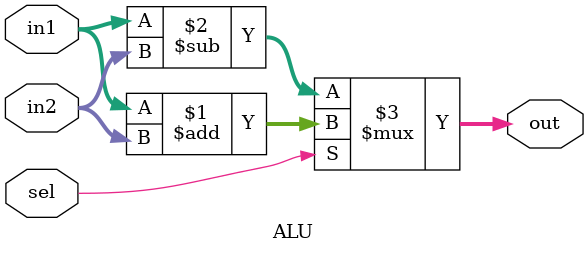
<source format=sv>
module ALU (
    input logic [15:0] in1,in2,
    input logic sel, // sel 1 = addition , 0 = subtraction
    output logic [15:0] out
);
    assign out = sel ? in1+in2 : in1 -in2;
    
endmodule
</source>
